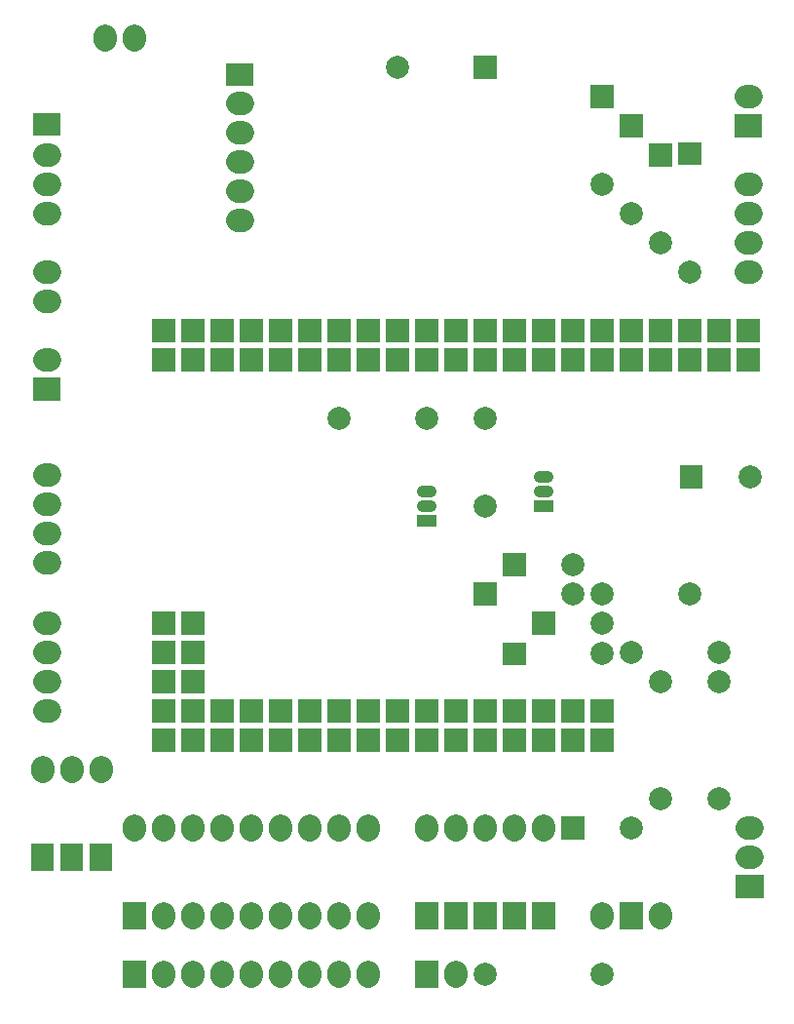
<source format=gbs>
G04 Layer: BottomSolderMaskLayer*
G04 EasyEDA v6.4.21, 2021-08-27T10:15:53+02:00*
G04 9e47797760d14a1ba145978a01478d27,3a21a940fc264e4589df007fb316c5b6,10*
G04 Gerber Generator version 0.2*
G04 Scale: 100 percent, Rotated: No, Reflected: No *
G04 Dimensions in millimeters *
G04 leading zeros omitted , absolute positions ,4 integer and 5 decimal *
%FSLAX45Y45*%
%MOMM*%

%ADD24C,2.0032*%
%ADD25C,1.0016*%
%ADD26R,2.1032X2.1032*%

%LPD*%
D24*
X9632000Y6604000D02*
G01*
X9671999Y6604000D01*
X9632000Y6858000D02*
G01*
X9671999Y6858000D01*
X9632000Y7112000D02*
G01*
X9671999Y7112000D01*
X9632000Y7366000D02*
G01*
X9671999Y7366000D01*
X9632000Y8128000D02*
G01*
X9671999Y8128000D01*
X4025900Y2305999D02*
G01*
X4025900Y2266000D01*
X3771900Y2305999D02*
G01*
X3771900Y2266000D01*
X3517900Y2305999D02*
G01*
X3517900Y2266000D01*
X3536000Y7112000D02*
G01*
X3575999Y7112000D01*
X3536000Y7366000D02*
G01*
X3575999Y7366000D01*
X3536000Y7620000D02*
G01*
X3575999Y7620000D01*
X3536000Y6604000D02*
G01*
X3575999Y6604000D01*
X3536000Y6350000D02*
G01*
X3575999Y6350000D01*
X3536000Y5842000D02*
G01*
X3575999Y5842000D01*
X5212400Y8064500D02*
G01*
X5252399Y8064500D01*
X5212400Y7810500D02*
G01*
X5252399Y7810500D01*
X5212400Y7556500D02*
G01*
X5252399Y7556500D01*
X5212400Y7302500D02*
G01*
X5252399Y7302500D01*
X5212400Y7048500D02*
G01*
X5252399Y7048500D01*
X4318000Y8655999D02*
G01*
X4318000Y8616000D01*
X4064000Y8655999D02*
G01*
X4064000Y8616000D01*
D25*
X6823001Y4572000D02*
G01*
X6893001Y4572000D01*
X6823001Y4699000D02*
G01*
X6893001Y4699000D01*
X7838719Y4699000D02*
G01*
X7908721Y4699000D01*
X7838719Y4826000D02*
G01*
X7908721Y4826000D01*
D24*
X3575999Y2794000D02*
G01*
X3536000Y2794000D01*
X3575999Y3048000D02*
G01*
X3536000Y3048000D01*
X3575999Y3302000D02*
G01*
X3536000Y3302000D01*
X3575999Y3556000D02*
G01*
X3536000Y3556000D01*
X3575999Y4076700D02*
G01*
X3536000Y4076700D01*
X3575999Y4330700D02*
G01*
X3536000Y4330700D01*
X3575999Y4584700D02*
G01*
X3536000Y4584700D01*
X3575999Y4838700D02*
G01*
X3536000Y4838700D01*
X6350000Y996000D02*
G01*
X6350000Y1035999D01*
X6096000Y996000D02*
G01*
X6096000Y1035999D01*
X5842000Y996000D02*
G01*
X5842000Y1035999D01*
X5588000Y996000D02*
G01*
X5588000Y1035999D01*
X5334000Y996000D02*
G01*
X5334000Y1035999D01*
X5080000Y996000D02*
G01*
X5080000Y1035999D01*
X4826000Y996000D02*
G01*
X4826000Y1035999D01*
X4572000Y996000D02*
G01*
X4572000Y1035999D01*
X4318000Y1758000D02*
G01*
X4318000Y1797999D01*
X4572000Y1758000D02*
G01*
X4572000Y1797999D01*
X4826000Y1758000D02*
G01*
X4826000Y1797999D01*
X5080000Y1758000D02*
G01*
X5080000Y1797999D01*
X5334000Y1758000D02*
G01*
X5334000Y1797999D01*
X5588000Y1758000D02*
G01*
X5588000Y1797999D01*
X5842000Y1758000D02*
G01*
X5842000Y1797999D01*
X6096000Y1758000D02*
G01*
X6096000Y1797999D01*
X6350000Y1758000D02*
G01*
X6350000Y1797999D01*
X6350000Y527999D02*
G01*
X6350000Y488000D01*
X6096000Y527999D02*
G01*
X6096000Y488000D01*
X5842000Y527999D02*
G01*
X5842000Y488000D01*
X5588000Y527999D02*
G01*
X5588000Y488000D01*
X5334000Y527999D02*
G01*
X5334000Y488000D01*
X5080000Y527999D02*
G01*
X5080000Y488000D01*
X4826000Y527999D02*
G01*
X4826000Y488000D01*
X4572000Y527999D02*
G01*
X4572000Y488000D01*
X6858000Y1797999D02*
G01*
X6858000Y1758000D01*
X7112000Y1797999D02*
G01*
X7112000Y1758000D01*
X7366000Y1797999D02*
G01*
X7366000Y1758000D01*
X7620000Y1797999D02*
G01*
X7620000Y1758000D01*
X7874000Y1797999D02*
G01*
X7874000Y1758000D01*
X7112000Y527999D02*
G01*
X7112000Y488000D01*
X9644700Y1778000D02*
G01*
X9684699Y1778000D01*
X9644700Y1524000D02*
G01*
X9684699Y1524000D01*
X8382000Y996000D02*
G01*
X8382000Y1035999D01*
X8890000Y996000D02*
G01*
X8890000Y1035999D01*
D26*
G01*
X9652000Y5842000D03*
G01*
X9652000Y6096000D03*
G01*
X9398000Y5842000D03*
G01*
X9398000Y6096000D03*
G01*
X9144000Y5842000D03*
G01*
X9144000Y6096000D03*
G01*
X8890000Y5842000D03*
G01*
X8890000Y6096000D03*
G01*
X8636000Y5842000D03*
G01*
X8636000Y6096000D03*
G01*
X8382000Y5842000D03*
G01*
X8382000Y6096000D03*
G01*
X8128000Y5842000D03*
G01*
X8128000Y6096000D03*
G01*
X7874000Y5842000D03*
G01*
X7874000Y6096000D03*
G01*
X7620000Y5842000D03*
G01*
X7620000Y6096000D03*
G01*
X7366000Y5842000D03*
G01*
X7366000Y6096000D03*
G01*
X7112000Y5842000D03*
G01*
X7112000Y6096000D03*
G01*
X6858000Y5842000D03*
G01*
X6858000Y6096000D03*
G01*
X6604000Y5842000D03*
G01*
X6604000Y6096000D03*
G01*
X6350000Y5842000D03*
G01*
X6350000Y6096000D03*
G01*
X6096000Y5842000D03*
G01*
X6096000Y6096000D03*
G01*
X5842000Y5842000D03*
G01*
X5842000Y6096000D03*
G01*
X5588000Y5842000D03*
G01*
X5588000Y6096000D03*
G01*
X5334000Y5842000D03*
G01*
X5334000Y6096000D03*
G01*
X5080000Y5842000D03*
G01*
X5080000Y6096000D03*
G01*
X4826000Y5842000D03*
G01*
X4826000Y6096000D03*
G01*
X4572000Y5842000D03*
G01*
X4572000Y6096000D03*
G01*
X4826000Y3556000D03*
G01*
X4572000Y3556000D03*
G01*
X4826000Y3302000D03*
G01*
X4572000Y3302000D03*
G01*
X4826000Y3048000D03*
G01*
X4572000Y3048000D03*
G01*
X4572000Y2794000D03*
G01*
X4572000Y2540000D03*
G01*
X4826000Y2794000D03*
G01*
X4826000Y2540000D03*
G01*
X5080000Y2794000D03*
G01*
X5080000Y2540000D03*
G01*
X5334000Y2794000D03*
G01*
X5334000Y2540000D03*
G01*
X5588000Y2794000D03*
G01*
X5588000Y2540000D03*
G01*
X5842000Y2794000D03*
G01*
X5842000Y2540000D03*
G01*
X6096000Y2794000D03*
G01*
X6096000Y2540000D03*
G01*
X6350000Y2794000D03*
G01*
X6350000Y2540000D03*
G01*
X6604000Y2794000D03*
G01*
X6604000Y2540000D03*
G01*
X6858000Y2794000D03*
G01*
X6858000Y2540000D03*
G01*
X7112000Y2794000D03*
G01*
X7112000Y2540000D03*
G01*
X7366000Y2794000D03*
G01*
X7366000Y2540000D03*
G01*
X7620000Y2794000D03*
G01*
X7620000Y2540000D03*
G01*
X7874000Y2794000D03*
G01*
X7874000Y2540000D03*
G01*
X8128000Y2794000D03*
G01*
X8128000Y2540000D03*
G01*
X8382000Y2794000D03*
G01*
X8382000Y2540000D03*
G36*
X9531858Y7773923D02*
G01*
X9531858Y7974076D01*
X9772141Y7974076D01*
X9772141Y7773923D01*
G37*
G36*
X3925824Y1403857D02*
G01*
X3925824Y1644142D01*
X4125975Y1644142D01*
X4125975Y1403857D01*
G37*
G36*
X3671824Y1403857D02*
G01*
X3671824Y1644142D01*
X3871975Y1644142D01*
X3871975Y1403857D01*
G37*
G36*
X3417824Y1403857D02*
G01*
X3417824Y1644142D01*
X3617975Y1644142D01*
X3617975Y1403857D01*
G37*
G36*
X3435858Y7786623D02*
G01*
X3435858Y7986776D01*
X3676141Y7986776D01*
X3676141Y7786623D01*
G37*
G36*
X3435858Y5487923D02*
G01*
X3435858Y5688076D01*
X3676141Y5688076D01*
X3676141Y5487923D01*
G37*
G36*
X5112258Y8218423D02*
G01*
X5112258Y8418576D01*
X5352541Y8418576D01*
X5352541Y8218423D01*
G37*
G36*
X7265924Y8281923D02*
G01*
X7265924Y8482076D01*
X7466075Y8482076D01*
X7466075Y8281923D01*
G37*
D24*
G01*
X6604000Y8382000D03*
G36*
X6772909Y4394962D02*
G01*
X6772909Y4495037D01*
X6943090Y4495037D01*
X6943090Y4394962D01*
G37*
G36*
X7788656Y4521962D02*
G01*
X7788656Y4622037D01*
X7958836Y4622037D01*
X7958836Y4521962D01*
G37*
G01*
X6858000Y5334000D03*
G01*
X6096000Y5334000D03*
G01*
X7366000Y5334000D03*
G01*
X7366000Y4572000D03*
G36*
X4217924Y895857D02*
G01*
X4217924Y1136142D01*
X4418075Y1136142D01*
X4418075Y895857D01*
G37*
G36*
X4217924Y387857D02*
G01*
X4217924Y628142D01*
X4418075Y628142D01*
X4418075Y387857D01*
G37*
G36*
X6757924Y895857D02*
G01*
X6757924Y1136142D01*
X6958075Y1136142D01*
X6958075Y895857D01*
G37*
G36*
X7011924Y895857D02*
G01*
X7011924Y1136142D01*
X7212075Y1136142D01*
X7212075Y895857D01*
G37*
G36*
X7265924Y895857D02*
G01*
X7265924Y1136142D01*
X7466075Y1136142D01*
X7466075Y895857D01*
G37*
G36*
X7519924Y895857D02*
G01*
X7519924Y1136142D01*
X7720075Y1136142D01*
X7720075Y895857D01*
G37*
G36*
X7773924Y895857D02*
G01*
X7773924Y1136142D01*
X7974075Y1136142D01*
X7974075Y895857D01*
G37*
G36*
X6757924Y387857D02*
G01*
X6757924Y628142D01*
X6958075Y628142D01*
X6958075Y387857D01*
G37*
G01*
X8382000Y508000D03*
G01*
X7366000Y508000D03*
G01*
X8382000Y3289300D03*
G36*
X7519924Y3189223D02*
G01*
X7519924Y3389376D01*
X7720075Y3389376D01*
X7720075Y3189223D01*
G37*
G01*
X8128000Y3810000D03*
G36*
X7265924Y3709923D02*
G01*
X7265924Y3910076D01*
X7466075Y3910076D01*
X7466075Y3709923D01*
G37*
G01*
X9144000Y3810000D03*
G01*
X8382000Y3810000D03*
G01*
X9398000Y3302000D03*
G01*
X8636000Y3302000D03*
G01*
X8382000Y3556000D03*
G36*
X7773924Y3455923D02*
G01*
X7773924Y3656076D01*
X7974075Y3656076D01*
X7974075Y3455923D01*
G37*
G01*
X8128000Y4064000D03*
G36*
X7519924Y3963923D02*
G01*
X7519924Y4164076D01*
X7720075Y4164076D01*
X7720075Y3963923D01*
G37*
G01*
X9398000Y3048000D03*
G01*
X9398000Y2032000D03*
G01*
X8890000Y3048000D03*
G01*
X8890000Y2032000D03*
G36*
X9544558Y1169923D02*
G01*
X9544558Y1370076D01*
X9784841Y1370076D01*
X9784841Y1169923D01*
G37*
G01*
X8890000Y6858000D03*
G36*
X8789924Y7519923D02*
G01*
X8789924Y7720076D01*
X8990075Y7720076D01*
X8990075Y7519923D01*
G37*
G01*
X8636000Y7112000D03*
G36*
X8535924Y7773923D02*
G01*
X8535924Y7974076D01*
X8736075Y7974076D01*
X8736075Y7773923D01*
G37*
G01*
X8382000Y7366000D03*
G36*
X8281924Y8027923D02*
G01*
X8281924Y8228076D01*
X8482075Y8228076D01*
X8482075Y8027923D01*
G37*
G01*
X9144000Y6604000D03*
G36*
X9043924Y7532623D02*
G01*
X9043924Y7732776D01*
X9244075Y7732776D01*
X9244075Y7532623D01*
G37*
G36*
X8027924Y1677923D02*
G01*
X8027924Y1878076D01*
X8228075Y1878076D01*
X8228075Y1677923D01*
G37*
G01*
X8636000Y1778000D03*
G36*
X9056624Y4725923D02*
G01*
X9056624Y4926076D01*
X9256775Y4926076D01*
X9256775Y4725923D01*
G37*
G01*
X9664700Y4826000D03*
G36*
X8535924Y895857D02*
G01*
X8535924Y1136142D01*
X8736075Y1136142D01*
X8736075Y895857D01*
G37*
M02*

</source>
